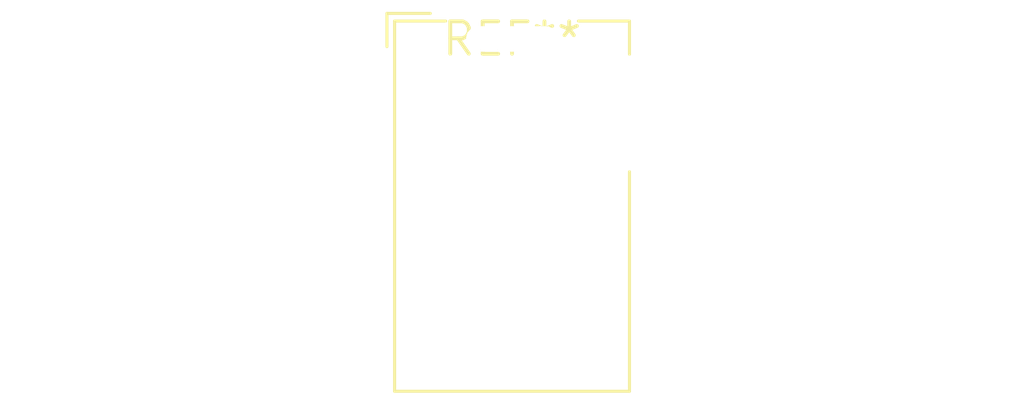
<source format=kicad_pcb>
(kicad_pcb (version 20240108) (generator pcbnew)
  (layers (0 "F.Cu" signal) (31 "B.Cu" signal) (34 "B.Paste" user) (35 "F.Paste" user) (36 "B.SilkS" user "B.Silkscreen") (37 "F.SilkS" user "F.Silkscreen") (38 "B.Mask" user) (39 "F.Mask" user) (44 "Edge.Cuts" user))
  (net 0 "")
  (footprint "BarrelJack_GCT_DCJ200-10-A_Horizontal" (layer "F.Cu") (at 0 0)
    (property "Reference" "REF**")
    (property "Value" "BarrelJack_GCT_DCJ200-10-A_Horizontal")
    (fp_line (start -4.9 -1) (end -4.9 0.3) (layer "F.SilkS") (stroke (width 0.12)))
    (fp_line (start -4.6 -0.7) (end -2.6 -0.7) (layer "F.SilkS") (stroke (width 0.12)))
    (fp_line (start -4.6 13.8) (end -4.6 -0.7) (layer "F.SilkS") (stroke (width 0.12)))
    (fp_line (start -3.2 -1) (end -4.9 -1) (layer "F.SilkS") (stroke (width 0.12)))
    (fp_line (start 2.6 -0.7) (end 4.6 -0.7) (layer "F.SilkS") (stroke (width 0.12)))
    (fp_line (start 4.6 -0.7) (end 4.6 0.6) (layer "F.SilkS") (stroke (width 0.12)))
    (fp_line (start 4.6 5.2) (end 4.6 13.8) (layer "F.SilkS") (stroke (width 0.12)))
    (fp_line (start 4.6 13.8) (end -4.6 13.8) (layer "F.SilkS") (stroke (width 0.12)))
    (pad "1" thru_hole rect (at 0 0) (size 4.6 2) (drill oval 3.6 1) (layers *.Cu *.Mask) (remove_unused_layers))
    (pad "2" thru_hole oval (at 0 6.3) (size 4.2 2) (drill oval 3.2 1) (layers *.Cu *.Mask) (remove_unused_layers))
    (pad "3" thru_hole oval (at 4.8 2.9) (size 2 4.2) (drill oval 1 3.2) (layers *.Cu *.Mask) (remove_unused_layers))
  )
)
</source>
